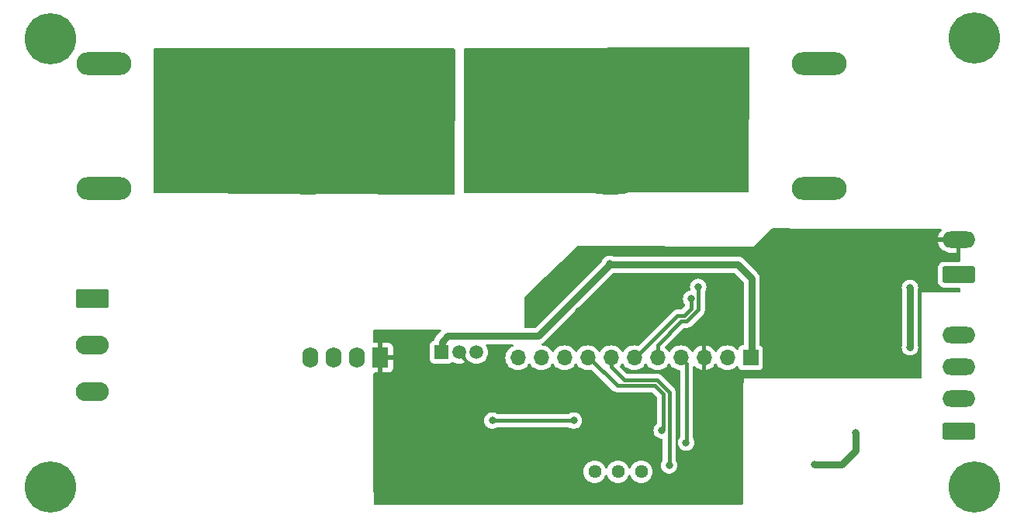
<source format=gbr>
%TF.GenerationSoftware,KiCad,Pcbnew,8.0.3*%
%TF.CreationDate,2024-10-20T11:10:21+02:00*%
%TF.ProjectId,diyBMS_CurrentVoltage_ADS1115,64697942-4d53-45f4-9375-7272656e7456,rev?*%
%TF.SameCoordinates,Original*%
%TF.FileFunction,Copper,L2,Bot*%
%TF.FilePolarity,Positive*%
%FSLAX46Y46*%
G04 Gerber Fmt 4.6, Leading zero omitted, Abs format (unit mm)*
G04 Created by KiCad (PCBNEW 8.0.3) date 2024-10-20 11:10:21*
%MOMM*%
%LPD*%
G01*
G04 APERTURE LIST*
G04 Aperture macros list*
%AMRoundRect*
0 Rectangle with rounded corners*
0 $1 Rounding radius*
0 $2 $3 $4 $5 $6 $7 $8 $9 X,Y pos of 4 corners*
0 Add a 4 corners polygon primitive as box body*
4,1,4,$2,$3,$4,$5,$6,$7,$8,$9,$2,$3,0*
0 Add four circle primitives for the rounded corners*
1,1,$1+$1,$2,$3*
1,1,$1+$1,$4,$5*
1,1,$1+$1,$6,$7*
1,1,$1+$1,$8,$9*
0 Add four rect primitives between the rounded corners*
20,1,$1+$1,$2,$3,$4,$5,0*
20,1,$1+$1,$4,$5,$6,$7,0*
20,1,$1+$1,$6,$7,$8,$9,0*
20,1,$1+$1,$8,$9,$2,$3,0*%
%AMHorizOval*
0 Thick line with rounded ends*
0 $1 width*
0 $2 $3 position (X,Y) of the first rounded end (center of the circle)*
0 $4 $5 position (X,Y) of the second rounded end (center of the circle)*
0 Add line between two ends*
20,1,$1,$2,$3,$4,$5,0*
0 Add two circle primitives to create the rounded ends*
1,1,$1,$2,$3*
1,1,$1,$4,$5*%
G04 Aperture macros list end*
%TA.AperFunction,ComponentPad*%
%ADD10C,1.440000*%
%TD*%
%TA.AperFunction,ComponentPad*%
%ADD11C,0.800000*%
%TD*%
%TA.AperFunction,ComponentPad*%
%ADD12O,6.000000X2.500000*%
%TD*%
%TA.AperFunction,ComponentPad*%
%ADD13C,3.200000*%
%TD*%
%TA.AperFunction,ComponentPad*%
%ADD14C,16.000000*%
%TD*%
%TA.AperFunction,ComponentPad*%
%ADD15C,5.600000*%
%TD*%
%TA.AperFunction,ComponentPad*%
%ADD16RoundRect,0.250000X1.550000X-0.650000X1.550000X0.650000X-1.550000X0.650000X-1.550000X-0.650000X0*%
%TD*%
%TA.AperFunction,ComponentPad*%
%ADD17O,3.600000X1.800000*%
%TD*%
%TA.AperFunction,ComponentPad*%
%ADD18R,1.700000X1.700000*%
%TD*%
%TA.AperFunction,ComponentPad*%
%ADD19O,1.700000X1.700000*%
%TD*%
%TA.AperFunction,ComponentPad*%
%ADD20R,1.500000X1.500000*%
%TD*%
%TA.AperFunction,ComponentPad*%
%ADD21C,1.500000*%
%TD*%
%TA.AperFunction,ComponentPad*%
%ADD22HorizOval,0.800000X0.000000X0.000000X0.000000X0.000000X0*%
%TD*%
%TA.AperFunction,ComponentPad*%
%ADD23HorizOval,0.800000X0.000000X0.000000X0.000000X0.000000X0*%
%TD*%
%TA.AperFunction,ComponentPad*%
%ADD24O,9.000000X6.000000*%
%TD*%
%TA.AperFunction,ComponentPad*%
%ADD25RoundRect,0.249999X-1.550001X0.790001X-1.550001X-0.790001X1.550001X-0.790001X1.550001X0.790001X0*%
%TD*%
%TA.AperFunction,ComponentPad*%
%ADD26O,3.600000X2.080000*%
%TD*%
%TA.AperFunction,ComponentPad*%
%ADD27R,1.750000X2.250000*%
%TD*%
%TA.AperFunction,ComponentPad*%
%ADD28O,1.750000X2.250000*%
%TD*%
%TA.AperFunction,ViaPad*%
%ADD29C,0.800000*%
%TD*%
%TA.AperFunction,Conductor*%
%ADD30C,0.762000*%
%TD*%
%TA.AperFunction,Conductor*%
%ADD31C,0.400000*%
%TD*%
%TA.AperFunction,Conductor*%
%ADD32C,0.508000*%
%TD*%
G04 APERTURE END LIST*
D10*
%TO.P,RV1,1,1*%
%TO.N,Net-(R1-Pad1)*%
X148336000Y-106807000D03*
%TO.P,RV1,2,2*%
%TO.N,Net-(U2-AIN3)*%
X145796000Y-106807000D03*
%TO.P,RV1,3,3*%
%TO.N,Net-(R2-Pad1)*%
X143256000Y-106807000D03*
%TD*%
D11*
%TO.P,,4,IP+*%
%TO.N,Net-(J4-Pin_1)*%
X144983200Y-61899800D03*
%TD*%
%TO.P,,5,IP-*%
%TO.N,Net-(J5-Pin_1)*%
X98679000Y-71879000D03*
%TD*%
%TO.P,,4,IP+*%
%TO.N,Net-(J4-Pin_1)*%
X151003000Y-66344800D03*
%TD*%
%TO.P,,4,IP+*%
%TO.N,Net-(J4-Pin_1)*%
X155448000Y-74713600D03*
%TD*%
%TO.P,,4,IP+*%
%TO.N,Net-(J4-Pin_1)*%
X153924000Y-63144400D03*
%TD*%
%TO.P,,5,IP-*%
%TO.N,Net-(J5-Pin_1)*%
X101727000Y-71879000D03*
%TD*%
%TO.P,,4,IP+*%
%TO.N,Net-(J4-Pin_1)*%
X130505200Y-64516333D03*
%TD*%
%TO.P,,5,IP-*%
%TO.N,Net-(J5-Pin_1)*%
X105740200Y-66344800D03*
%TD*%
%TO.P,,4,IP+*%
%TO.N,Net-(J4-Pin_1)*%
X157022800Y-72046933D03*
%TD*%
%TO.P,,4,IP+*%
%TO.N,Net-(J4-Pin_1)*%
X132029200Y-67183000D03*
%TD*%
%TO.P,,5,IP-*%
%TO.N,Net-(J5-Pin_1)*%
X97155000Y-63500000D03*
%TD*%
%TO.P,,5,IP-*%
%TO.N,Net-(J5-Pin_1)*%
X124841000Y-67183000D03*
%TD*%
%TO.P,,5,IP-*%
%TO.N,Net-(J5-Pin_1)*%
X121793000Y-64513000D03*
%TD*%
%TO.P,,4,IP+*%
%TO.N,Net-(J4-Pin_1)*%
X147116800Y-73050400D03*
%TD*%
D12*
%TO.P,,1*%
%TO.N,N/C*%
X167792400Y-62280800D03*
%TD*%
D11*
%TO.P,,5,IP-*%
%TO.N,Net-(J5-Pin_1)*%
X118237000Y-66370200D03*
%TD*%
%TO.P,,4,IP+*%
%TO.N,Net-(J4-Pin_1)*%
X147116800Y-74599800D03*
%TD*%
%TO.P,,5,IP-*%
%TO.N,Net-(J5-Pin_1)*%
X126365000Y-64513000D03*
%TD*%
%TO.P,,5,IP-*%
%TO.N,Net-(J5-Pin_1)*%
X124841000Y-63183000D03*
%TD*%
%TO.P,,5,IP-*%
%TO.N,Net-(J5-Pin_1)*%
X121793000Y-65853000D03*
%TD*%
%TO.P,,5,IP-*%
%TO.N,Net-(J5-Pin_1)*%
X101727000Y-66167000D03*
%TD*%
%TO.P,,5,IP-*%
%TO.N,Net-(J5-Pin_1)*%
X97155000Y-73193600D03*
%TD*%
%TO.P,,4,IP+*%
%TO.N,Net-(J4-Pin_1)*%
X158546800Y-64477733D03*
%TD*%
%TO.P,,5,IP-*%
%TO.N,Net-(J5-Pin_1)*%
X100203000Y-73219000D03*
%TD*%
%TO.P,,5,IP-*%
%TO.N,Net-(J5-Pin_1)*%
X97155000Y-74523600D03*
%TD*%
%TO.P,,4,IP+*%
%TO.N,Net-(J4-Pin_1)*%
X157022800Y-67144400D03*
%TD*%
%TO.P,,4,IP+*%
%TO.N,Net-(J4-Pin_1)*%
X138988800Y-70739000D03*
%TD*%
D13*
%TO.P,J5,1,Pin_1*%
%TO.N,Net-(J5-Pin_1)*%
X116372800Y-64164400D03*
X111937800Y-64164400D03*
X107502800Y-64164400D03*
X116372800Y-68599400D03*
D14*
X111937800Y-68599400D03*
D13*
X107502800Y-68599400D03*
X116372800Y-73034400D03*
X111937800Y-73034400D03*
X107502800Y-73034400D03*
%TD*%
D11*
%TO.P,,5,IP-*%
%TO.N,Net-(J5-Pin_1)*%
X98679000Y-70549000D03*
%TD*%
%TO.P,,4,IP+*%
%TO.N,Net-(J4-Pin_1)*%
X153924000Y-67144400D03*
%TD*%
%TO.P,,5,IP-*%
%TO.N,Net-(J5-Pin_1)*%
X109753400Y-64135000D03*
%TD*%
%TO.P,,4,IP+*%
%TO.N,Net-(J4-Pin_1)*%
X158546800Y-72046933D03*
%TD*%
%TO.P,,4,IP+*%
%TO.N,Net-(J4-Pin_1)*%
X153924000Y-65811066D03*
%TD*%
%TO.P,,5,IP-*%
%TO.N,Net-(J5-Pin_1)*%
X116357400Y-70866000D03*
%TD*%
%TO.P,,4,IP+*%
%TO.N,Net-(J4-Pin_1)*%
X157022800Y-74713600D03*
%TD*%
%TO.P,,5,IP-*%
%TO.N,Net-(J5-Pin_1)*%
X109855000Y-73025000D03*
%TD*%
%TO.P,,4,IP+*%
%TO.N,Net-(J4-Pin_1)*%
X133604000Y-63183000D03*
%TD*%
%TO.P,,4,IP+*%
%TO.N,Net-(J4-Pin_1)*%
X142824200Y-62611000D03*
%TD*%
%TO.P,,5,IP-*%
%TO.N,Net-(J5-Pin_1)*%
X98679000Y-64830000D03*
%TD*%
D12*
%TO.P,,1*%
%TO.N,N/C*%
X89687400Y-75895200D03*
%TD*%
D11*
%TO.P,,4,IP+*%
%TO.N,Net-(J4-Pin_1)*%
X153924000Y-74713600D03*
%TD*%
D15*
%TO.P,,1*%
%TO.N,N/C*%
X184658000Y-59436000D03*
%TD*%
D11*
%TO.P,,4,IP+*%
%TO.N,Net-(J4-Pin_1)*%
X157022800Y-65811066D03*
%TD*%
%TO.P,,5,IP-*%
%TO.N,Net-(J5-Pin_1)*%
X109753400Y-62306200D03*
%TD*%
D16*
%TO.P,J3,1,Pin_1*%
%TO.N,VDD2*%
X182974000Y-102350000D03*
D17*
%TO.P,J3,2,Pin_2*%
%TO.N,A*%
X182974000Y-98850000D03*
%TO.P,J3,3,Pin_3*%
%TO.N,B*%
X182974000Y-95350000D03*
%TO.P,J3,4,Pin_4*%
%TO.N,GND2*%
X182974000Y-91850000D03*
%TD*%
D11*
%TO.P,,5,IP-*%
%TO.N,Net-(J5-Pin_1)*%
X97155000Y-67500000D03*
%TD*%
D15*
%TO.P,,1*%
%TO.N,N/C*%
X184658000Y-108458000D03*
%TD*%
D11*
%TO.P,,5,IP-*%
%TO.N,Net-(J5-Pin_1)*%
X107492800Y-66344800D03*
%TD*%
%TO.P,,4,IP+*%
%TO.N,Net-(J4-Pin_1)*%
X158546800Y-74713600D03*
%TD*%
%TO.P,,5,IP-*%
%TO.N,Net-(J5-Pin_1)*%
X100203000Y-70549000D03*
%TD*%
%TO.P,,4,IP+*%
%TO.N,Net-(J4-Pin_1)*%
X158546800Y-65811066D03*
%TD*%
%TO.P,,5,IP-*%
%TO.N,Net-(J5-Pin_1)*%
X97155000Y-70523600D03*
%TD*%
%TO.P,,5,IP-*%
%TO.N,Net-(J5-Pin_1)*%
X107492800Y-70866000D03*
%TD*%
%TO.P,,5,IP-*%
%TO.N,Net-(J5-Pin_1)*%
X100203000Y-71879000D03*
%TD*%
%TO.P,,5,IP-*%
%TO.N,Net-(J5-Pin_1)*%
X98679000Y-67497000D03*
%TD*%
D12*
%TO.P,,1*%
%TO.N,N/C*%
X167792400Y-75920600D03*
%TD*%
D11*
%TO.P,,5,IP-*%
%TO.N,Net-(J5-Pin_1)*%
X123317000Y-67183000D03*
%TD*%
%TO.P,,5,IP-*%
%TO.N,Net-(J5-Pin_1)*%
X97155000Y-66166666D03*
%TD*%
%TO.P,,5,IP-*%
%TO.N,Net-(J5-Pin_1)*%
X105257600Y-68630800D03*
%TD*%
%TO.P,,5,IP-*%
%TO.N,Net-(J5-Pin_1)*%
X114300000Y-73050400D03*
%TD*%
%TO.P,,5,IP-*%
%TO.N,Net-(J5-Pin_1)*%
X123317000Y-64513000D03*
%TD*%
D15*
%TO.P,,1*%
%TO.N,N/C*%
X83820000Y-108458000D03*
%TD*%
D11*
%TO.P,,5,IP-*%
%TO.N,Net-(J5-Pin_1)*%
X101727000Y-70549000D03*
%TD*%
%TO.P,,5,IP-*%
%TO.N,Net-(J5-Pin_1)*%
X126365000Y-67183000D03*
%TD*%
%TO.P,,5,IP-*%
%TO.N,Net-(J5-Pin_1)*%
X100203000Y-63500000D03*
%TD*%
%TO.P,,4,IP+*%
%TO.N,Net-(J4-Pin_1)*%
X155448000Y-67144400D03*
%TD*%
%TO.P,,5,IP-*%
%TO.N,Net-(J5-Pin_1)*%
X98679000Y-74549000D03*
%TD*%
%TO.P,,4,IP+*%
%TO.N,Net-(J4-Pin_1)*%
X157022800Y-73380266D03*
%TD*%
D18*
%TO.P,J2,1,Pin_1*%
%TO.N,+5V*%
X160274000Y-94361000D03*
D19*
%TO.P,J2,2,Pin_2*%
%TO.N,Net-(J2-Pin_2)*%
X157734000Y-94361000D03*
%TO.P,J2,3,Pin_3*%
%TO.N,GND*%
X155194000Y-94361000D03*
%TO.P,J2,4,Pin_4*%
%TO.N,XDIR*%
X152654000Y-94361000D03*
%TO.P,J2,5,Pin_5*%
%TO.N,SCL*%
X150114000Y-94361000D03*
%TO.P,J2,6,Pin_6*%
%TO.N,SDA*%
X147574000Y-94361000D03*
%TO.P,J2,7,Pin_7*%
%TO.N,TXD*%
X145034000Y-94361000D03*
%TO.P,J2,8,Pin_8*%
%TO.N,RXD*%
X142494000Y-94361000D03*
%TO.P,J2,9,Pin_9*%
%TO.N,PA5*%
X139954000Y-94361000D03*
%TO.P,J2,10,Pin_10*%
%TO.N,PA4*%
X137414000Y-94361000D03*
%TO.P,J2,11,Pin_11*%
%TO.N,PA3*%
X134874000Y-94361000D03*
%TD*%
D11*
%TO.P,,4,IP+*%
%TO.N,Net-(J4-Pin_1)*%
X155448000Y-72046933D03*
%TD*%
%TO.P,,5,IP-*%
%TO.N,Net-(J5-Pin_1)*%
X105765600Y-70840600D03*
%TD*%
%TO.P,,4,IP+*%
%TO.N,Net-(J4-Pin_1)*%
X139065000Y-66421000D03*
%TD*%
%TO.P,,5,IP-*%
%TO.N,Net-(J5-Pin_1)*%
X126365000Y-65853000D03*
%TD*%
%TO.P,,4,IP+*%
%TO.N,Net-(J4-Pin_1)*%
X147142200Y-64185800D03*
%TD*%
%TO.P,,5,IP-*%
%TO.N,Net-(J5-Pin_1)*%
X114300000Y-75057000D03*
%TD*%
%TO.P,,4,IP+*%
%TO.N,Net-(J4-Pin_1)*%
X140538200Y-70739000D03*
%TD*%
%TO.P,,4,IP+*%
%TO.N,Net-(J4-Pin_1)*%
X149453600Y-66344800D03*
%TD*%
%TO.P,,4,IP+*%
%TO.N,Net-(J4-Pin_1)*%
X158546800Y-67144400D03*
%TD*%
%TO.P,,4,IP+*%
%TO.N,Net-(J4-Pin_1)*%
X147142200Y-62687200D03*
%TD*%
%TO.P,,4,IP+*%
%TO.N,Net-(J4-Pin_1)*%
X155448000Y-64477733D03*
%TD*%
%TO.P,,5,IP-*%
%TO.N,Net-(J5-Pin_1)*%
X101727000Y-63500000D03*
%TD*%
%TO.P,,5,IP-*%
%TO.N,Net-(J5-Pin_1)*%
X101727000Y-67497000D03*
%TD*%
%TO.P,,5,IP-*%
%TO.N,Net-(J5-Pin_1)*%
X124841000Y-64513000D03*
%TD*%
%TO.P,,5,IP-*%
%TO.N,Net-(J5-Pin_1)*%
X98679000Y-66167000D03*
%TD*%
%TO.P,,4,IP+*%
%TO.N,Net-(J4-Pin_1)*%
X135128000Y-63183000D03*
%TD*%
%TO.P,,4,IP+*%
%TO.N,Net-(J4-Pin_1)*%
X142798800Y-74523600D03*
%TD*%
%TO.P,,5,IP-*%
%TO.N,Net-(J5-Pin_1)*%
X124841000Y-65853000D03*
%TD*%
%TO.P,,5,IP-*%
%TO.N,Net-(J5-Pin_1)*%
X114249200Y-62407800D03*
%TD*%
%TO.P,,4,IP+*%
%TO.N,Net-(J4-Pin_1)*%
X133604000Y-67183000D03*
%TD*%
%TO.P,,4,IP+*%
%TO.N,Net-(J4-Pin_1)*%
X158546800Y-70713600D03*
%TD*%
%TO.P,,4,IP+*%
%TO.N,Net-(J4-Pin_1)*%
X140563600Y-66421000D03*
%TD*%
%TO.P,,5,IP-*%
%TO.N,Net-(J5-Pin_1)*%
X97155000Y-64833333D03*
%TD*%
%TO.P,,4,IP+*%
%TO.N,Net-(J4-Pin_1)*%
X130505200Y-67183000D03*
%TD*%
D12*
%TO.P,,1*%
%TO.N,N/C*%
X89687400Y-62255400D03*
%TD*%
D11*
%TO.P,,5,IP-*%
%TO.N,Net-(J5-Pin_1)*%
X116357400Y-66344800D03*
%TD*%
%TO.P,,5,IP-*%
%TO.N,Net-(J5-Pin_1)*%
X123317000Y-65853000D03*
%TD*%
%TO.P,,4,IP+*%
%TO.N,Net-(J4-Pin_1)*%
X155448000Y-73380266D03*
%TD*%
%TO.P,,4,IP+*%
%TO.N,Net-(J4-Pin_1)*%
X153924000Y-73380266D03*
%TD*%
%TO.P,,4,IP+*%
%TO.N,Net-(J4-Pin_1)*%
X133604000Y-64516333D03*
%TD*%
%TO.P,,4,IP+*%
%TO.N,Net-(J4-Pin_1)*%
X153924000Y-64477733D03*
%TD*%
D20*
%TO.P,U3,1,VCC*%
%TO.N,+5V*%
X126547800Y-93759400D03*
D21*
%TO.P,U3,2,GND*%
%TO.N,GND*%
X128457800Y-93759400D03*
%TO.P,U3,3,VIOUT*%
%TO.N,Net-(U3-VIOUT)*%
X130367800Y-93759400D03*
D22*
%TO.P,U3,4,IP+*%
%TO.N,Net-(J4-Pin_1)*%
X129507800Y-71729400D03*
D23*
X129507800Y-72989400D03*
D11*
X130257800Y-70699400D03*
X130257800Y-74019400D03*
X131457800Y-70309400D03*
X131457800Y-74409400D03*
X132787800Y-70309400D03*
X132787800Y-74409400D03*
D24*
X133557800Y-72359400D03*
D11*
X134127800Y-70309400D03*
X134127800Y-74409400D03*
X135457800Y-70309400D03*
X135457800Y-74409400D03*
X136657800Y-70699400D03*
X136657800Y-74019400D03*
X137407800Y-71729400D03*
X137407800Y-72989400D03*
%TO.P,U3,5,IP-*%
%TO.N,Net-(J5-Pin_1)*%
X119507800Y-71729400D03*
X119507800Y-72989400D03*
X120257800Y-70699400D03*
X120257800Y-74019400D03*
X121457800Y-70309400D03*
X121457800Y-74409400D03*
X122787800Y-70309400D03*
X122787800Y-74409400D03*
D24*
X123357800Y-72359400D03*
D11*
X124127800Y-70309400D03*
X124127800Y-74409400D03*
X125457800Y-70309400D03*
X125457800Y-74409400D03*
X126657800Y-70699400D03*
X126657800Y-74019400D03*
D23*
X127407800Y-71729400D03*
D22*
X127407800Y-72989400D03*
%TD*%
D11*
%TO.P,,4,IP+*%
%TO.N,Net-(J4-Pin_1)*%
X157022800Y-64477733D03*
%TD*%
%TO.P,,4,IP+*%
%TO.N,Net-(J4-Pin_1)*%
X130505200Y-65849666D03*
%TD*%
%TO.P,,5,IP-*%
%TO.N,Net-(J5-Pin_1)*%
X118262400Y-70891400D03*
%TD*%
%TO.P,,5,IP-*%
%TO.N,Net-(J5-Pin_1)*%
X98679000Y-63500000D03*
%TD*%
%TO.P,,4,IP+*%
%TO.N,Net-(J4-Pin_1)*%
X158546800Y-73380266D03*
%TD*%
%TO.P,,5,IP-*%
%TO.N,Net-(J5-Pin_1)*%
X126365000Y-63183000D03*
%TD*%
%TO.P,,5,IP-*%
%TO.N,Net-(J5-Pin_1)*%
X100203000Y-74549000D03*
%TD*%
%TO.P,,4,IP+*%
%TO.N,Net-(J4-Pin_1)*%
X155448000Y-63144400D03*
%TD*%
D25*
%TO.P,J1,1,Pin_1*%
%TO.N,Net-(J1-Pin_1)*%
X88417400Y-87909400D03*
D26*
%TO.P,J1,2,Pin_2*%
%TO.N,unconnected-(J1-Pin_2-Pad2)*%
X88417400Y-92989400D03*
%TO.P,J1,3,Pin_3*%
%TO.N,GND1*%
X88417400Y-98069400D03*
%TD*%
D16*
%TO.P,J6,1,Pin_1*%
%TO.N,Net-(J6-Pin_1)*%
X182995500Y-85289000D03*
D17*
%TO.P,J6,2,Pin_2*%
%TO.N,GND*%
X182995500Y-81479000D03*
%TD*%
D11*
%TO.P,,4,IP+*%
%TO.N,Net-(J4-Pin_1)*%
X130505200Y-63183000D03*
%TD*%
%TO.P,,4,IP+*%
%TO.N,Net-(J4-Pin_1)*%
X153924000Y-70713600D03*
%TD*%
%TO.P,,5,IP-*%
%TO.N,Net-(J5-Pin_1)*%
X112014000Y-61620400D03*
%TD*%
D15*
%TO.P,REF\u002A\u002A,1*%
%TO.N,N/C*%
X83853987Y-59563000D03*
%TD*%
D11*
%TO.P,,4,IP+*%
%TO.N,Net-(J4-Pin_1)*%
X144957800Y-75311000D03*
%TD*%
%TO.P,,4,IP+*%
%TO.N,Net-(J4-Pin_1)*%
X149428200Y-70662800D03*
%TD*%
%TO.P,,5,IP-*%
%TO.N,Net-(J5-Pin_1)*%
X114249200Y-64185800D03*
%TD*%
%TO.P,,5,IP-*%
%TO.N,Net-(J5-Pin_1)*%
X98679000Y-73219000D03*
%TD*%
%TO.P,,5,IP-*%
%TO.N,Net-(J5-Pin_1)*%
X101727000Y-73219000D03*
%TD*%
%TO.P,,5,IP-*%
%TO.N,Net-(J5-Pin_1)*%
X101727000Y-74549000D03*
%TD*%
%TO.P,,5,IP-*%
%TO.N,Net-(J5-Pin_1)*%
X97155000Y-71853600D03*
%TD*%
%TO.P,,4,IP+*%
%TO.N,Net-(J4-Pin_1)*%
X132029200Y-63183000D03*
%TD*%
%TO.P,,4,IP+*%
%TO.N,Net-(J4-Pin_1)*%
X151714200Y-68503800D03*
%TD*%
%TO.P,,4,IP+*%
%TO.N,Net-(J4-Pin_1)*%
X153924000Y-72046933D03*
%TD*%
%TO.P,,4,IP+*%
%TO.N,Net-(J4-Pin_1)*%
X138277600Y-68580000D03*
%TD*%
%TO.P,,5,IP-*%
%TO.N,Net-(J5-Pin_1)*%
X123317000Y-63183000D03*
%TD*%
%TO.P,,4,IP+*%
%TO.N,Net-(J4-Pin_1)*%
X158546800Y-63144400D03*
%TD*%
%TO.P,,5,IP-*%
%TO.N,Net-(J5-Pin_1)*%
X100203000Y-66167000D03*
%TD*%
%TO.P,,5,IP-*%
%TO.N,Net-(J5-Pin_1)*%
X121793000Y-67183000D03*
%TD*%
%TO.P,,5,IP-*%
%TO.N,Net-(J5-Pin_1)*%
X109855000Y-75057000D03*
%TD*%
%TO.P,,4,IP+*%
%TO.N,Net-(J4-Pin_1)*%
X155448000Y-65811066D03*
%TD*%
%TO.P,,5,IP-*%
%TO.N,Net-(J5-Pin_1)*%
X100203000Y-64830000D03*
%TD*%
D13*
%TO.P,J4,1,Pin_1*%
%TO.N,Net-(J4-Pin_1)*%
X149402800Y-64164400D03*
X144967800Y-64164400D03*
X140532800Y-64164400D03*
X149402800Y-68599400D03*
D14*
X144967800Y-68599400D03*
D13*
X140532800Y-68599400D03*
X149402800Y-73034400D03*
X144967800Y-73034400D03*
X140532800Y-73034400D03*
%TD*%
D11*
%TO.P,,4,IP+*%
%TO.N,Net-(J4-Pin_1)*%
X157022800Y-70713600D03*
%TD*%
%TO.P,,4,IP+*%
%TO.N,Net-(J4-Pin_1)*%
X157022800Y-63144400D03*
%TD*%
%TO.P,,5,IP-*%
%TO.N,Net-(J5-Pin_1)*%
X111988600Y-75666600D03*
%TD*%
%TO.P,,4,IP+*%
%TO.N,Net-(J4-Pin_1)*%
X135128000Y-67183000D03*
%TD*%
%TO.P,,4,IP+*%
%TO.N,Net-(J4-Pin_1)*%
X135128000Y-65849666D03*
%TD*%
%TO.P,,4,IP+*%
%TO.N,Net-(J4-Pin_1)*%
X142824200Y-64160400D03*
%TD*%
%TO.P,,5,IP-*%
%TO.N,Net-(J5-Pin_1)*%
X101727000Y-64830000D03*
%TD*%
%TO.P,,4,IP+*%
%TO.N,Net-(J4-Pin_1)*%
X132029200Y-64516333D03*
%TD*%
%TO.P,,5,IP-*%
%TO.N,Net-(J5-Pin_1)*%
X118948200Y-68630800D03*
%TD*%
%TO.P,,4,IP+*%
%TO.N,Net-(J4-Pin_1)*%
X132029200Y-65849666D03*
%TD*%
%TO.P,,4,IP+*%
%TO.N,Net-(J4-Pin_1)*%
X150926800Y-70662800D03*
%TD*%
%TO.P,,4,IP+*%
%TO.N,Net-(J4-Pin_1)*%
X133604000Y-65849666D03*
%TD*%
%TO.P,,4,IP+*%
%TO.N,Net-(J4-Pin_1)*%
X155448000Y-70713600D03*
%TD*%
D27*
%TO.P,PS1,1,-Vin*%
%TO.N,GND*%
X119867700Y-94352400D03*
D28*
%TO.P,PS1,2,+Vin*%
%TO.N,+5V*%
X117327700Y-94352400D03*
%TO.P,PS1,3,-Vout*%
%TO.N,GND1*%
X114787700Y-94352400D03*
%TO.P,PS1,4,+Vout*%
%TO.N,+5VP*%
X112247700Y-94352400D03*
%TD*%
D11*
%TO.P,,4,IP+*%
%TO.N,Net-(J4-Pin_1)*%
X135128000Y-64516333D03*
%TD*%
%TO.P,,4,IP+*%
%TO.N,Net-(J4-Pin_1)*%
X142798800Y-73025000D03*
%TD*%
%TO.P,,5,IP-*%
%TO.N,Net-(J5-Pin_1)*%
X100203000Y-67497000D03*
%TD*%
%TO.P,,5,IP-*%
%TO.N,Net-(J5-Pin_1)*%
X121793000Y-63183000D03*
%TD*%
D29*
%TO.N,GND*%
X148209000Y-100203000D03*
X158623000Y-104902000D03*
X163576000Y-93472000D03*
X173863000Y-93726000D03*
X141500000Y-89250000D03*
X136017000Y-90424000D03*
X126212600Y-109423200D03*
X142621000Y-103632000D03*
X158623000Y-103632000D03*
X149123024Y-86664800D03*
X158623000Y-102362000D03*
X143510000Y-103632000D03*
X142367000Y-98171000D03*
X163576000Y-94742000D03*
X141500000Y-89250000D03*
X149606000Y-103759000D03*
X163576000Y-93472000D03*
X149606000Y-105029000D03*
X123088400Y-99314000D03*
X136017000Y-89281000D03*
X163576000Y-96012000D03*
X135991600Y-88061800D03*
X149123024Y-87934800D03*
X122936000Y-109423200D03*
X141732000Y-103632000D03*
%TO.N,+5V*%
X144907000Y-84124800D03*
%TO.N,SCL*%
X154559000Y-86639400D03*
%TO.N,SDA*%
X153797000Y-87934800D03*
%TO.N,TXD*%
X151384000Y-106121200D03*
%TO.N,RXD*%
X150584000Y-102311200D03*
%TO.N,A*%
X167259000Y-106045000D03*
X171704000Y-102524000D03*
%TO.N,XDIR*%
X153238200Y-103632000D03*
%TO.N,Net-(U2-AIN2)*%
X132103500Y-101219000D03*
X140970000Y-101219000D03*
%TO.N,Net-(U6-VIN)*%
X177673000Y-93218000D03*
X177673000Y-86741000D03*
%TD*%
D30*
%TO.N,+5V*%
X160401000Y-85725000D02*
X160401000Y-94234000D01*
D31*
X126593600Y-93713600D02*
X126547800Y-93759400D01*
D30*
X144907000Y-84201000D02*
X137109200Y-91998800D01*
X144983200Y-84201000D02*
X158877000Y-84201000D01*
X137109200Y-91998800D02*
X127228600Y-91998800D01*
X160401000Y-94234000D02*
X160274000Y-94361000D01*
X144907000Y-84124800D02*
X144907000Y-84201000D01*
X127228600Y-91998800D02*
X126593600Y-92633800D01*
X144907000Y-84124800D02*
X144983200Y-84201000D01*
X158877000Y-84201000D02*
X160401000Y-85725000D01*
X126593600Y-92633800D02*
X126593600Y-93713600D01*
D31*
%TO.N,SCL*%
X150114000Y-92964000D02*
X150114000Y-94503400D01*
X150114000Y-94503400D02*
X149926200Y-94691200D01*
X153324000Y-90389000D02*
X152689000Y-90389000D01*
X154597000Y-89116000D02*
X153324000Y-90389000D01*
X154597000Y-86677400D02*
X154597000Y-89116000D01*
X152689000Y-90389000D02*
X150114000Y-92964000D01*
X154559000Y-86639400D02*
X154597000Y-86677400D01*
%TO.N,SDA*%
X147716400Y-94361000D02*
X147574000Y-94361000D01*
X147574000Y-94361000D02*
X147574000Y-94234000D01*
X152288400Y-89789000D02*
X147716400Y-94361000D01*
X153797000Y-87934800D02*
X153797000Y-89027000D01*
X153035000Y-89789000D02*
X152288400Y-89789000D01*
X153797000Y-89027000D02*
X153035000Y-89789000D01*
%TO.N,TXD*%
X150102528Y-96824800D02*
X146481800Y-96824800D01*
X151384000Y-98106272D02*
X150102528Y-96824800D01*
X145034000Y-95377000D02*
X145034000Y-94361000D01*
X151384000Y-106121200D02*
X151384000Y-98106272D01*
X146481800Y-96824800D02*
X145034000Y-95377000D01*
%TO.N,RXD*%
X149854000Y-97424800D02*
X145713800Y-97424800D01*
X142650000Y-94361000D02*
X142494000Y-94361000D01*
X142494000Y-94361000D02*
X142494000Y-94234000D01*
X150584000Y-102311200D02*
X150749000Y-102146200D01*
X145713800Y-97424800D02*
X142650000Y-94361000D01*
X150749000Y-98319800D02*
X149854000Y-97424800D01*
X150749000Y-102146200D02*
X150749000Y-98319800D01*
D30*
%TO.N,A*%
X171704000Y-102524000D02*
X171704000Y-104521000D01*
X170180000Y-106045000D02*
X167259000Y-106045000D01*
D32*
X182974000Y-99147466D02*
X182974000Y-98850000D01*
D30*
X171704000Y-104521000D02*
X170180000Y-106045000D01*
D31*
%TO.N,XDIR*%
X153289000Y-103581200D02*
X153289000Y-94996000D01*
X153289000Y-94996000D02*
X152654000Y-94361000D01*
X153238200Y-103632000D02*
X153289000Y-103581200D01*
X152654000Y-94361000D02*
X152654000Y-94234000D01*
%TO.N,Net-(U2-AIN2)*%
X132103500Y-101219000D02*
X140970000Y-101219000D01*
D30*
%TO.N,Net-(U6-VIN)*%
X177673000Y-86741000D02*
X177673000Y-93218000D01*
%TD*%
%TA.AperFunction,Conductor*%
%TO.N,Net-(J4-Pin_1)*%
G36*
X160114414Y-60471920D02*
G01*
X160160384Y-60524538D01*
X160171799Y-60577103D01*
X160096791Y-76197819D01*
X160076784Y-76264764D01*
X160023761Y-76310264D01*
X159973018Y-76321224D01*
X129105426Y-76377573D01*
X129038351Y-76358011D01*
X128992500Y-76305290D01*
X128981200Y-76253573D01*
X128981200Y-60702496D01*
X129000885Y-60635457D01*
X129053689Y-60589702D01*
X129104694Y-60578497D01*
X160047296Y-60452509D01*
X160114414Y-60471920D01*
G37*
%TD.AperFunction*%
%TD*%
%TA.AperFunction,Conductor*%
%TO.N,GND*%
G36*
X164582277Y-80258285D02*
G01*
X164586585Y-80261757D01*
X164592000Y-80264000D01*
X175133000Y-80264000D01*
X178181000Y-80264000D01*
X181031239Y-80264000D01*
X181098278Y-80283685D01*
X181144033Y-80336489D01*
X181153977Y-80405647D01*
X181124952Y-80469203D01*
X181118920Y-80475681D01*
X181027642Y-80566958D01*
X180898113Y-80745239D01*
X180798067Y-80941589D01*
X180729973Y-81151161D01*
X180729973Y-81151164D01*
X180717645Y-81229000D01*
X182447018Y-81229000D01*
X182436389Y-81247409D01*
X182395500Y-81400009D01*
X182395500Y-81557991D01*
X182436389Y-81710591D01*
X182447018Y-81729000D01*
X180717645Y-81729000D01*
X180729973Y-81806835D01*
X180729973Y-81806838D01*
X180798067Y-82016410D01*
X180898113Y-82212760D01*
X181027642Y-82391041D01*
X181183458Y-82546857D01*
X181361739Y-82676386D01*
X181558089Y-82776432D01*
X181767664Y-82844526D01*
X181985319Y-82879000D01*
X182745500Y-82879000D01*
X182745500Y-82027482D01*
X182763909Y-82038111D01*
X182916509Y-82079000D01*
X183074491Y-82079000D01*
X183134000Y-82063054D01*
X183134000Y-82922000D01*
X183134000Y-83764500D01*
X183114315Y-83831539D01*
X183061511Y-83877294D01*
X183010000Y-83888500D01*
X181395498Y-83888500D01*
X181395481Y-83888501D01*
X181292703Y-83899000D01*
X181292700Y-83899001D01*
X181126168Y-83954185D01*
X181126163Y-83954187D01*
X180976842Y-84046289D01*
X180852789Y-84170342D01*
X180760687Y-84319663D01*
X180760686Y-84319666D01*
X180705501Y-84486203D01*
X180705501Y-84486204D01*
X180705500Y-84486204D01*
X180695000Y-84588983D01*
X180695000Y-85989001D01*
X180695001Y-85989018D01*
X180705500Y-86091796D01*
X180705501Y-86091799D01*
X180760685Y-86258331D01*
X180760687Y-86258336D01*
X180795569Y-86314888D01*
X180852788Y-86407656D01*
X180976844Y-86531712D01*
X181126166Y-86623814D01*
X181292703Y-86678999D01*
X181395491Y-86689500D01*
X183010001Y-86689499D01*
X183077039Y-86709184D01*
X183122794Y-86761987D01*
X183134000Y-86813499D01*
X183134000Y-87125000D01*
X183114315Y-87192039D01*
X183061511Y-87237794D01*
X183010000Y-87249000D01*
X178943000Y-87249000D01*
X178943000Y-96523000D01*
X178923315Y-96590039D01*
X178870511Y-96635794D01*
X178819000Y-96647000D01*
X159512000Y-96647000D01*
X159486600Y-97713795D01*
X159461447Y-110264882D01*
X159441628Y-110331881D01*
X159388732Y-110377530D01*
X159337681Y-110388633D01*
X119250069Y-110464365D01*
X119182993Y-110444807D01*
X119137138Y-110392089D01*
X119125835Y-110340529D01*
X119122393Y-107745527D01*
X119121148Y-106806998D01*
X142030838Y-106806998D01*
X142030838Y-106807001D01*
X142049450Y-107019741D01*
X142049452Y-107019752D01*
X142104721Y-107226022D01*
X142104723Y-107226026D01*
X142104724Y-107226030D01*
X142147171Y-107317058D01*
X142194977Y-107419578D01*
X142317472Y-107594521D01*
X142468478Y-107745527D01*
X142468481Y-107745529D01*
X142643419Y-107868021D01*
X142643421Y-107868022D01*
X142643420Y-107868022D01*
X142707936Y-107898106D01*
X142836970Y-107958276D01*
X143043253Y-108013549D01*
X143195215Y-108026844D01*
X143255998Y-108032162D01*
X143256000Y-108032162D01*
X143256002Y-108032162D01*
X143309186Y-108027508D01*
X143468747Y-108013549D01*
X143675030Y-107958276D01*
X143868581Y-107868021D01*
X144043519Y-107745529D01*
X144194529Y-107594519D01*
X144317021Y-107419581D01*
X144407276Y-107226030D01*
X144407280Y-107226013D01*
X144409130Y-107220936D01*
X144411253Y-107221709D01*
X144442576Y-107170305D01*
X144505419Y-107139766D01*
X144574796Y-107148050D01*
X144628680Y-107192528D01*
X144641827Y-107221315D01*
X144642870Y-107220936D01*
X144644722Y-107226022D01*
X144644724Y-107226030D01*
X144687171Y-107317058D01*
X144734977Y-107419578D01*
X144857472Y-107594521D01*
X145008478Y-107745527D01*
X145008481Y-107745529D01*
X145183419Y-107868021D01*
X145183421Y-107868022D01*
X145183420Y-107868022D01*
X145247936Y-107898106D01*
X145376970Y-107958276D01*
X145583253Y-108013549D01*
X145735215Y-108026844D01*
X145795998Y-108032162D01*
X145796000Y-108032162D01*
X145796002Y-108032162D01*
X145849186Y-108027508D01*
X146008747Y-108013549D01*
X146215030Y-107958276D01*
X146408581Y-107868021D01*
X146583519Y-107745529D01*
X146734529Y-107594519D01*
X146857021Y-107419581D01*
X146947276Y-107226030D01*
X146947280Y-107226013D01*
X146949130Y-107220936D01*
X146951253Y-107221709D01*
X146982576Y-107170305D01*
X147045419Y-107139766D01*
X147114796Y-107148050D01*
X147168680Y-107192528D01*
X147181827Y-107221315D01*
X147182870Y-107220936D01*
X147184722Y-107226022D01*
X147184724Y-107226030D01*
X147227171Y-107317058D01*
X147274977Y-107419578D01*
X147397472Y-107594521D01*
X147548478Y-107745527D01*
X147548481Y-107745529D01*
X147723419Y-107868021D01*
X147723421Y-107868022D01*
X147723420Y-107868022D01*
X147787936Y-107898106D01*
X147916970Y-107958276D01*
X148123253Y-108013549D01*
X148275215Y-108026844D01*
X148335998Y-108032162D01*
X148336000Y-108032162D01*
X148336002Y-108032162D01*
X148389186Y-108027508D01*
X148548747Y-108013549D01*
X148755030Y-107958276D01*
X148948581Y-107868021D01*
X149123519Y-107745529D01*
X149274529Y-107594519D01*
X149397021Y-107419581D01*
X149487276Y-107226030D01*
X149542549Y-107019747D01*
X149561162Y-106807000D01*
X149542549Y-106594253D01*
X149487276Y-106387970D01*
X149397021Y-106194419D01*
X149274529Y-106019481D01*
X149274527Y-106019478D01*
X149123521Y-105868472D01*
X148948578Y-105745977D01*
X148948579Y-105745977D01*
X148800047Y-105676716D01*
X148755030Y-105655724D01*
X148755026Y-105655723D01*
X148755022Y-105655721D01*
X148548752Y-105600452D01*
X148548748Y-105600451D01*
X148548747Y-105600451D01*
X148548746Y-105600450D01*
X148548741Y-105600450D01*
X148336002Y-105581838D01*
X148335998Y-105581838D01*
X148123258Y-105600450D01*
X148123247Y-105600452D01*
X147916977Y-105655721D01*
X147916968Y-105655725D01*
X147723421Y-105745977D01*
X147548478Y-105868472D01*
X147397472Y-106019478D01*
X147274977Y-106194421D01*
X147184725Y-106387968D01*
X147182870Y-106393064D01*
X147180749Y-106392292D01*
X147149406Y-106443710D01*
X147086558Y-106474237D01*
X147017183Y-106465939D01*
X146963307Y-106421452D01*
X146950169Y-106392685D01*
X146949130Y-106393064D01*
X146947279Y-106387983D01*
X146947276Y-106387970D01*
X146857021Y-106194419D01*
X146734529Y-106019481D01*
X146734527Y-106019478D01*
X146583521Y-105868472D01*
X146408578Y-105745977D01*
X146408579Y-105745977D01*
X146260047Y-105676716D01*
X146215030Y-105655724D01*
X146215026Y-105655723D01*
X146215022Y-105655721D01*
X146008752Y-105600452D01*
X146008748Y-105600451D01*
X146008747Y-105600451D01*
X146008746Y-105600450D01*
X146008741Y-105600450D01*
X145796002Y-105581838D01*
X145795998Y-105581838D01*
X145583258Y-105600450D01*
X145583247Y-105600452D01*
X145376977Y-105655721D01*
X145376968Y-105655725D01*
X145183421Y-105745977D01*
X145008478Y-105868472D01*
X144857472Y-106019478D01*
X144734977Y-106194421D01*
X144644725Y-106387968D01*
X144642870Y-106393064D01*
X144640749Y-106392292D01*
X144609406Y-106443710D01*
X144546558Y-106474237D01*
X144477183Y-106465939D01*
X144423307Y-106421452D01*
X144410169Y-106392685D01*
X144409130Y-106393064D01*
X144407279Y-106387983D01*
X144407276Y-106387970D01*
X144317021Y-106194419D01*
X144194529Y-106019481D01*
X144194527Y-106019478D01*
X144043521Y-105868472D01*
X143868578Y-105745977D01*
X143868579Y-105745977D01*
X143720047Y-105676716D01*
X143675030Y-105655724D01*
X143675026Y-105655723D01*
X143675022Y-105655721D01*
X143468752Y-105600452D01*
X143468748Y-105600451D01*
X143468747Y-105600451D01*
X143468746Y-105600450D01*
X143468741Y-105600450D01*
X143256002Y-105581838D01*
X143255998Y-105581838D01*
X143043258Y-105600450D01*
X143043247Y-105600452D01*
X142836977Y-105655721D01*
X142836968Y-105655725D01*
X142643421Y-105745977D01*
X142468478Y-105868472D01*
X142317472Y-106019478D01*
X142194977Y-106194421D01*
X142104725Y-106387968D01*
X142104721Y-106387977D01*
X142049452Y-106594247D01*
X142049450Y-106594258D01*
X142030838Y-106806998D01*
X119121148Y-106806998D01*
X119113738Y-101219000D01*
X131198040Y-101219000D01*
X131217826Y-101407256D01*
X131217827Y-101407259D01*
X131276318Y-101587277D01*
X131276321Y-101587284D01*
X131370967Y-101751216D01*
X131460914Y-101851112D01*
X131497629Y-101891888D01*
X131650765Y-102003148D01*
X131650770Y-102003151D01*
X131823692Y-102080142D01*
X131823697Y-102080144D01*
X132008854Y-102119500D01*
X132008855Y-102119500D01*
X132198144Y-102119500D01*
X132198146Y-102119500D01*
X132383303Y-102080144D01*
X132556230Y-102003151D01*
X132571875Y-101991784D01*
X132638771Y-101943182D01*
X132704577Y-101919702D01*
X132711656Y-101919500D01*
X140361844Y-101919500D01*
X140428883Y-101939185D01*
X140434729Y-101943182D01*
X140517265Y-102003148D01*
X140517270Y-102003151D01*
X140690192Y-102080142D01*
X140690197Y-102080144D01*
X140875354Y-102119500D01*
X140875355Y-102119500D01*
X141064644Y-102119500D01*
X141064646Y-102119500D01*
X141249803Y-102080144D01*
X141422730Y-102003151D01*
X141575871Y-101891888D01*
X141702533Y-101751216D01*
X141797179Y-101587284D01*
X141855674Y-101407256D01*
X141875460Y-101219000D01*
X141855674Y-101030744D01*
X141797179Y-100850716D01*
X141702533Y-100686784D01*
X141575871Y-100546112D01*
X141575870Y-100546111D01*
X141422734Y-100434851D01*
X141422729Y-100434848D01*
X141249807Y-100357857D01*
X141249802Y-100357855D01*
X141104001Y-100326865D01*
X141064646Y-100318500D01*
X140875354Y-100318500D01*
X140842897Y-100325398D01*
X140690197Y-100357855D01*
X140690192Y-100357857D01*
X140517270Y-100434848D01*
X140517265Y-100434851D01*
X140434729Y-100494818D01*
X140368923Y-100518298D01*
X140361844Y-100518500D01*
X132711656Y-100518500D01*
X132644617Y-100498815D01*
X132638771Y-100494818D01*
X132556234Y-100434851D01*
X132556229Y-100434848D01*
X132383307Y-100357857D01*
X132383302Y-100357855D01*
X132237501Y-100326865D01*
X132198146Y-100318500D01*
X132008854Y-100318500D01*
X131976397Y-100325398D01*
X131823697Y-100357855D01*
X131823692Y-100357857D01*
X131650770Y-100434848D01*
X131650765Y-100434851D01*
X131497629Y-100546111D01*
X131370966Y-100686785D01*
X131276321Y-100850715D01*
X131276318Y-100850722D01*
X131222881Y-101015186D01*
X131217826Y-101030744D01*
X131198040Y-101219000D01*
X119113738Y-101219000D01*
X119110311Y-98634961D01*
X119106951Y-96101564D01*
X119126547Y-96034499D01*
X119179290Y-95988674D01*
X119230951Y-95977400D01*
X119617700Y-95977400D01*
X119617700Y-94828713D01*
X119660233Y-94853270D01*
X119796937Y-94889900D01*
X119938463Y-94889900D01*
X120075167Y-94853270D01*
X120117700Y-94828713D01*
X120117700Y-95977400D01*
X120790528Y-95977400D01*
X120790544Y-95977399D01*
X120850072Y-95970998D01*
X120850079Y-95970996D01*
X120984786Y-95920754D01*
X120984793Y-95920750D01*
X121099887Y-95834590D01*
X121099890Y-95834587D01*
X121186050Y-95719493D01*
X121186054Y-95719486D01*
X121236296Y-95584779D01*
X121236298Y-95584772D01*
X121242699Y-95525244D01*
X121242700Y-95525227D01*
X121242700Y-94602400D01*
X120344014Y-94602400D01*
X120368570Y-94559867D01*
X120405200Y-94423163D01*
X120405200Y-94281637D01*
X120368570Y-94144933D01*
X120344014Y-94102400D01*
X121242700Y-94102400D01*
X121242700Y-93179572D01*
X121242699Y-93179555D01*
X121236298Y-93120027D01*
X121236296Y-93120020D01*
X121186054Y-92985313D01*
X121186050Y-92985306D01*
X121099890Y-92870212D01*
X121099887Y-92870209D01*
X120984793Y-92784049D01*
X120984786Y-92784045D01*
X120850079Y-92733803D01*
X120850072Y-92733801D01*
X120790544Y-92727400D01*
X120117700Y-92727400D01*
X120117700Y-93876086D01*
X120075167Y-93851530D01*
X119938463Y-93814900D01*
X119796937Y-93814900D01*
X119660233Y-93851530D01*
X119617700Y-93876086D01*
X119617700Y-92727400D01*
X119226312Y-92727400D01*
X119159273Y-92707715D01*
X119113518Y-92654911D01*
X119102312Y-92603565D01*
X119101606Y-92071872D01*
X119100763Y-91436587D01*
X119120359Y-91369525D01*
X119173102Y-91323700D01*
X119224185Y-91312427D01*
X126401639Y-91279198D01*
X126468766Y-91298572D01*
X126514765Y-91351164D01*
X126525028Y-91420276D01*
X126496298Y-91483965D01*
X126489891Y-91490878D01*
X125908896Y-92071872D01*
X125908895Y-92071873D01*
X125812422Y-92216256D01*
X125745977Y-92376671D01*
X125745974Y-92376681D01*
X125734141Y-92436171D01*
X125701756Y-92498082D01*
X125655857Y-92528161D01*
X125555471Y-92565602D01*
X125555464Y-92565606D01*
X125440255Y-92651852D01*
X125440252Y-92651855D01*
X125354006Y-92767064D01*
X125354002Y-92767071D01*
X125303708Y-92901917D01*
X125297301Y-92961516D01*
X125297300Y-92961535D01*
X125297300Y-94557270D01*
X125297301Y-94557276D01*
X125303708Y-94616883D01*
X125354002Y-94751728D01*
X125354006Y-94751735D01*
X125440252Y-94866944D01*
X125440255Y-94866947D01*
X125555464Y-94953193D01*
X125555471Y-94953197D01*
X125690317Y-95003491D01*
X125690316Y-95003491D01*
X125697244Y-95004235D01*
X125749927Y-95009900D01*
X127345672Y-95009899D01*
X127405283Y-95003491D01*
X127540131Y-94953196D01*
X127655346Y-94866946D01*
X127655351Y-94866938D01*
X127661613Y-94860678D01*
X127663029Y-94862094D01*
X127709734Y-94827121D01*
X127779425Y-94822127D01*
X127824211Y-94841724D01*
X127830413Y-94846067D01*
X128028640Y-94938501D01*
X128028649Y-94938505D01*
X128239905Y-94995110D01*
X128239915Y-94995112D01*
X128457799Y-95014175D01*
X128457801Y-95014175D01*
X128675684Y-94995112D01*
X128675694Y-94995110D01*
X128886950Y-94938505D01*
X128886964Y-94938500D01*
X129085183Y-94846069D01*
X129085185Y-94846068D01*
X129147370Y-94802524D01*
X128504246Y-94159400D01*
X128510461Y-94159400D01*
X128612194Y-94132141D01*
X128703406Y-94079480D01*
X128777880Y-94005006D01*
X128830541Y-93913794D01*
X128857800Y-93812061D01*
X128857800Y-93805847D01*
X129145529Y-94093576D01*
X129177622Y-94149162D01*
X129188223Y-94188726D01*
X129188224Y-94188729D01*
X129280697Y-94387038D01*
X129280698Y-94387039D01*
X129406202Y-94566277D01*
X129560923Y-94720998D01*
X129740161Y-94846502D01*
X129938470Y-94938975D01*
X130149823Y-94995607D01*
X130332726Y-95011608D01*
X130367798Y-95014677D01*
X130367800Y-95014677D01*
X130367802Y-95014677D01*
X130396054Y-95012205D01*
X130585777Y-94995607D01*
X130797130Y-94938975D01*
X130995439Y-94846502D01*
X131174677Y-94720998D01*
X131329398Y-94566277D01*
X131454902Y-94387039D01*
X131547375Y-94188730D01*
X131604007Y-93977377D01*
X131623077Y-93759400D01*
X131622273Y-93750214D01*
X131615406Y-93671719D01*
X131604007Y-93541423D01*
X131547375Y-93330070D01*
X131454902Y-93131762D01*
X131415452Y-93075421D01*
X131393126Y-93009218D01*
X131410136Y-92941450D01*
X131461084Y-92893637D01*
X131517028Y-92880300D01*
X134294487Y-92880300D01*
X134361526Y-92899985D01*
X134407281Y-92952789D01*
X134417225Y-93021947D01*
X134388200Y-93085503D01*
X134346892Y-93116682D01*
X134196171Y-93186964D01*
X134196169Y-93186965D01*
X134002597Y-93322505D01*
X133835505Y-93489597D01*
X133699965Y-93683169D01*
X133699964Y-93683171D01*
X133600098Y-93897335D01*
X133600094Y-93897344D01*
X133538938Y-94125586D01*
X133538936Y-94125596D01*
X133518341Y-94360999D01*
X133518341Y-94361000D01*
X133538936Y-94596403D01*
X133538938Y-94596413D01*
X133600094Y-94824655D01*
X133600096Y-94824659D01*
X133600097Y-94824663D01*
X133630518Y-94889900D01*
X133699965Y-95038830D01*
X133699967Y-95038834D01*
X133808281Y-95193521D01*
X133835505Y-95232401D01*
X134002599Y-95399495D01*
X134089326Y-95460222D01*
X134196165Y-95535032D01*
X134196167Y-95535033D01*
X134196170Y-95535035D01*
X134410337Y-95634903D01*
X134638592Y-95696063D01*
X134815034Y-95711500D01*
X134873999Y-95716659D01*
X134874000Y-95716659D01*
X134874001Y-95716659D01*
X134932966Y-95711500D01*
X135109408Y-95696063D01*
X135337663Y-95634903D01*
X135551830Y-95535035D01*
X135745401Y-95399495D01*
X135912495Y-95232401D01*
X136042426Y-95046841D01*
X136097002Y-95003217D01*
X136166500Y-94996023D01*
X136228855Y-95027546D01*
X136245575Y-95046842D01*
X136375500Y-95232395D01*
X136375505Y-95232401D01*
X136542599Y-95399495D01*
X136629326Y-95460222D01*
X136736165Y-95535032D01*
X136736167Y-95535033D01*
X136736170Y-95535035D01*
X136950337Y-95634903D01*
X137178592Y-95696063D01*
X137355034Y-95711500D01*
X137413999Y-95716659D01*
X137414000Y-95716659D01*
X137414001Y-95716659D01*
X137472966Y-95711500D01*
X137649408Y-95696063D01*
X137877663Y-95634903D01*
X138091830Y-95535035D01*
X138285401Y-95399495D01*
X138452495Y-95232401D01*
X138582426Y-95046841D01*
X138637002Y-95003217D01*
X138706500Y-94996023D01*
X138768855Y-95027546D01*
X138785575Y-95046842D01*
X138915500Y-95232395D01*
X138915505Y-95232401D01*
X139082599Y-95399495D01*
X139169326Y-95460222D01*
X139276165Y-95535032D01*
X139276167Y-95535033D01*
X139276170Y-95535035D01*
X139490337Y-95634903D01*
X139718592Y-95696063D01*
X139895034Y-95711500D01*
X139953999Y-95716659D01*
X139954000Y-95716659D01*
X139954001Y-95716659D01*
X140012966Y-95711500D01*
X140189408Y-95696063D01*
X140417663Y-95634903D01*
X140631830Y-95535035D01*
X140825401Y-95399495D01*
X140992495Y-95232401D01*
X141122426Y-95046841D01*
X141177002Y-95003217D01*
X141246500Y-94996023D01*
X141308855Y-95027546D01*
X141325575Y-95046842D01*
X141455500Y-95232395D01*
X141455505Y-95232401D01*
X141622599Y-95399495D01*
X141709326Y-95460222D01*
X141816165Y-95535032D01*
X141816167Y-95535033D01*
X141816170Y-95535035D01*
X142030337Y-95634903D01*
X142258592Y-95696063D01*
X142435034Y-95711500D01*
X142493999Y-95716659D01*
X142494000Y-95716659D01*
X142494001Y-95716659D01*
X142552966Y-95711500D01*
X142729408Y-95696063D01*
X142869254Y-95658591D01*
X142939103Y-95660254D01*
X142989028Y-95690685D01*
X145267253Y-97968911D01*
X145267254Y-97968912D01*
X145381992Y-98045577D01*
X145509467Y-98098378D01*
X145509472Y-98098380D01*
X145509476Y-98098380D01*
X145509477Y-98098381D01*
X145644804Y-98125300D01*
X145644807Y-98125300D01*
X145782794Y-98125300D01*
X149512481Y-98125300D01*
X149579520Y-98144985D01*
X149600162Y-98161619D01*
X150012181Y-98573638D01*
X150045666Y-98634961D01*
X150048500Y-98661319D01*
X150048500Y-101524003D01*
X150028815Y-101591042D01*
X149997387Y-101624320D01*
X149978128Y-101638312D01*
X149978123Y-101638316D01*
X149851466Y-101778985D01*
X149756821Y-101942915D01*
X149756818Y-101942922D01*
X149699445Y-102119500D01*
X149698326Y-102122944D01*
X149678540Y-102311200D01*
X149698326Y-102499456D01*
X149698327Y-102499459D01*
X149756818Y-102679477D01*
X149756821Y-102679484D01*
X149851467Y-102843416D01*
X149956609Y-102960188D01*
X149978129Y-102984088D01*
X150131265Y-103095348D01*
X150131270Y-103095351D01*
X150304192Y-103172342D01*
X150304197Y-103172344D01*
X150489354Y-103211700D01*
X150489355Y-103211700D01*
X150559500Y-103211700D01*
X150626539Y-103231385D01*
X150672294Y-103284189D01*
X150683500Y-103335700D01*
X150683500Y-105505808D01*
X150663815Y-105572847D01*
X150651656Y-105588774D01*
X150651468Y-105588982D01*
X150651464Y-105588987D01*
X150556821Y-105752915D01*
X150556818Y-105752922D01*
X150519274Y-105868472D01*
X150498326Y-105932944D01*
X150478540Y-106121200D01*
X150498326Y-106309456D01*
X150498327Y-106309459D01*
X150556818Y-106489477D01*
X150556821Y-106489484D01*
X150651467Y-106653416D01*
X150709518Y-106717888D01*
X150778129Y-106794088D01*
X150931265Y-106905348D01*
X150931270Y-106905351D01*
X151104192Y-106982342D01*
X151104197Y-106982344D01*
X151289354Y-107021700D01*
X151289355Y-107021700D01*
X151478644Y-107021700D01*
X151478646Y-107021700D01*
X151663803Y-106982344D01*
X151836730Y-106905351D01*
X151989871Y-106794088D01*
X152116533Y-106653416D01*
X152211179Y-106489484D01*
X152269674Y-106309456D01*
X152289460Y-106121200D01*
X152269674Y-105932944D01*
X152211179Y-105752916D01*
X152123154Y-105600452D01*
X152116535Y-105588987D01*
X152116531Y-105588982D01*
X152116344Y-105588774D01*
X152116273Y-105588627D01*
X152112714Y-105583728D01*
X152113610Y-105583076D01*
X152086119Y-105525780D01*
X152084500Y-105505808D01*
X152084500Y-98037279D01*
X152079190Y-98010588D01*
X152079190Y-98010584D01*
X152057581Y-97901951D01*
X152057580Y-97901944D01*
X152007798Y-97781758D01*
X152004777Y-97774464D01*
X151928112Y-97659726D01*
X150549073Y-96280687D01*
X150434335Y-96204022D01*
X150306860Y-96151221D01*
X150306850Y-96151218D01*
X150171524Y-96124300D01*
X150171522Y-96124300D01*
X150171521Y-96124300D01*
X146823318Y-96124300D01*
X146756279Y-96104615D01*
X146735637Y-96087981D01*
X146063957Y-95416300D01*
X146030472Y-95354977D01*
X146035456Y-95285285D01*
X146063956Y-95240939D01*
X146072495Y-95232401D01*
X146202426Y-95046840D01*
X146257001Y-95003217D01*
X146326499Y-94996023D01*
X146388854Y-95027546D01*
X146405574Y-95046841D01*
X146535505Y-95232401D01*
X146702599Y-95399495D01*
X146789326Y-95460222D01*
X146896165Y-95535032D01*
X146896167Y-95535033D01*
X146896170Y-95535035D01*
X147110337Y-95634903D01*
X147338592Y-95696063D01*
X147515034Y-95711500D01*
X147573999Y-95716659D01*
X147574000Y-95716659D01*
X147574001Y-95716659D01*
X147632966Y-95711500D01*
X147809408Y-95696063D01*
X148037663Y-95634903D01*
X148251830Y-95535035D01*
X148445401Y-95399495D01*
X148612495Y-95232401D01*
X148742426Y-95046841D01*
X148797002Y-95003217D01*
X148866500Y-94996023D01*
X148928855Y-95027546D01*
X148945575Y-95046842D01*
X149075500Y-95232395D01*
X149075505Y-95232401D01*
X149242599Y-95399495D01*
X149329326Y-95460222D01*
X149436165Y-95535032D01*
X149436167Y-95535033D01*
X149436170Y-95535035D01*
X149650337Y-95634903D01*
X149878592Y-95696063D01*
X150055034Y-95711500D01*
X150113999Y-95716659D01*
X150114000Y-95716659D01*
X150114001Y-95716659D01*
X150172966Y-95711500D01*
X150349408Y-95696063D01*
X150577663Y-95634903D01*
X150791830Y-95535035D01*
X150985401Y-95399495D01*
X151152495Y-95232401D01*
X151282426Y-95046841D01*
X151337002Y-95003217D01*
X151406500Y-94996023D01*
X151468855Y-95027546D01*
X151485575Y-95046842D01*
X151615500Y-95232395D01*
X151615505Y-95232401D01*
X151782599Y-95399495D01*
X151869326Y-95460222D01*
X151976165Y-95535032D01*
X151976167Y-95535033D01*
X151976170Y-95535035D01*
X152190337Y-95634903D01*
X152418592Y-95696063D01*
X152475308Y-95701025D01*
X152540375Y-95726475D01*
X152581354Y-95783066D01*
X152588500Y-95824552D01*
X152588500Y-102960188D01*
X152568815Y-103027227D01*
X152556650Y-103043160D01*
X152505670Y-103099778D01*
X152505665Y-103099785D01*
X152411021Y-103263715D01*
X152411018Y-103263722D01*
X152352527Y-103443740D01*
X152352526Y-103443744D01*
X152332740Y-103632000D01*
X152352526Y-103820256D01*
X152352527Y-103820259D01*
X152411018Y-104000277D01*
X152411021Y-104000284D01*
X152505667Y-104164216D01*
X152632329Y-104304888D01*
X152785465Y-104416148D01*
X152785470Y-104416151D01*
X152958392Y-104493142D01*
X152958397Y-104493144D01*
X153143554Y-104532500D01*
X153143555Y-104532500D01*
X153332844Y-104532500D01*
X153332846Y-104532500D01*
X153518003Y-104493144D01*
X153690930Y-104416151D01*
X153844071Y-104304888D01*
X153970733Y-104164216D01*
X154065379Y-104000284D01*
X154123874Y-103820256D01*
X154143660Y-103632000D01*
X154123874Y-103443744D01*
X154065379Y-103263716D01*
X154012626Y-103172344D01*
X154006113Y-103161063D01*
X153989500Y-103099063D01*
X153989500Y-95365050D01*
X154009185Y-95298011D01*
X154061989Y-95252256D01*
X154131147Y-95242312D01*
X154194703Y-95271337D01*
X154201181Y-95277369D01*
X154322917Y-95399105D01*
X154516421Y-95534600D01*
X154730507Y-95634429D01*
X154730516Y-95634433D01*
X154944000Y-95691634D01*
X154944000Y-94794012D01*
X155001007Y-94826925D01*
X155128174Y-94861000D01*
X155259826Y-94861000D01*
X155386993Y-94826925D01*
X155444000Y-94794012D01*
X155444000Y-95691633D01*
X155657483Y-95634433D01*
X155657492Y-95634429D01*
X155871578Y-95534600D01*
X156065082Y-95399105D01*
X156232105Y-95232082D01*
X156362119Y-95046405D01*
X156416696Y-95002781D01*
X156486195Y-94995588D01*
X156548549Y-95027110D01*
X156565269Y-95046405D01*
X156695505Y-95232401D01*
X156862599Y-95399495D01*
X156949326Y-95460222D01*
X157056165Y-95535032D01*
X157056167Y-95535033D01*
X157056170Y-95535035D01*
X157270337Y-95634903D01*
X157498592Y-95696063D01*
X157675034Y-95711500D01*
X157733999Y-95716659D01*
X157734000Y-95716659D01*
X157734001Y-95716659D01*
X157792966Y-95711500D01*
X157969408Y-95696063D01*
X158197663Y-95634903D01*
X158411830Y-95535035D01*
X158605401Y-95399495D01*
X158727329Y-95277566D01*
X158788648Y-95244084D01*
X158858340Y-95249068D01*
X158914274Y-95290939D01*
X158931189Y-95321917D01*
X158980202Y-95453328D01*
X158980206Y-95453335D01*
X159066452Y-95568544D01*
X159066455Y-95568547D01*
X159181664Y-95654793D01*
X159181671Y-95654797D01*
X159316517Y-95705091D01*
X159316516Y-95705091D01*
X159323444Y-95705835D01*
X159376127Y-95711500D01*
X161171872Y-95711499D01*
X161231483Y-95705091D01*
X161366331Y-95654796D01*
X161481546Y-95568546D01*
X161567796Y-95453331D01*
X161618091Y-95318483D01*
X161624500Y-95258873D01*
X161624499Y-93463128D01*
X161618386Y-93406259D01*
X161618091Y-93403516D01*
X161567797Y-93268671D01*
X161567793Y-93268664D01*
X161481547Y-93153455D01*
X161481544Y-93153452D01*
X161366335Y-93067206D01*
X161366323Y-93067199D01*
X161363163Y-93066021D01*
X161360463Y-93064000D01*
X161358546Y-93062953D01*
X161358696Y-93062677D01*
X161307231Y-93024148D01*
X161282816Y-92958683D01*
X161282500Y-92949841D01*
X161282500Y-86741000D01*
X176767540Y-86741000D01*
X176783804Y-86895747D01*
X176787327Y-86929261D01*
X176788678Y-86935617D01*
X176787396Y-86935889D01*
X176791500Y-86961741D01*
X176791500Y-92997257D01*
X176787405Y-93023118D01*
X176788676Y-93023389D01*
X176787326Y-93029739D01*
X176770756Y-93187399D01*
X176767540Y-93218000D01*
X176787326Y-93406256D01*
X176787327Y-93406259D01*
X176845818Y-93586277D01*
X176845821Y-93586284D01*
X176940467Y-93750216D01*
X176996153Y-93812061D01*
X177067129Y-93890888D01*
X177220265Y-94002148D01*
X177220270Y-94002151D01*
X177393192Y-94079142D01*
X177393197Y-94079144D01*
X177578354Y-94118500D01*
X177578355Y-94118500D01*
X177767644Y-94118500D01*
X177767646Y-94118500D01*
X177952803Y-94079144D01*
X178125730Y-94002151D01*
X178278871Y-93890888D01*
X178405533Y-93750216D01*
X178500179Y-93586284D01*
X178558674Y-93406256D01*
X178578460Y-93218000D01*
X178558674Y-93029744D01*
X178558673Y-93029741D01*
X178558673Y-93029739D01*
X178557324Y-93023389D01*
X178558594Y-93023118D01*
X178554500Y-92997257D01*
X178554500Y-86961741D01*
X178558603Y-86935889D01*
X178557322Y-86935617D01*
X178558672Y-86929261D01*
X178558674Y-86929256D01*
X178578460Y-86741000D01*
X178558674Y-86552744D01*
X178500179Y-86372716D01*
X178405533Y-86208784D01*
X178278871Y-86068112D01*
X178259186Y-86053810D01*
X178125734Y-85956851D01*
X178125729Y-85956848D01*
X177952807Y-85879857D01*
X177952802Y-85879855D01*
X177807001Y-85848865D01*
X177767646Y-85840500D01*
X177578354Y-85840500D01*
X177545897Y-85847398D01*
X177393197Y-85879855D01*
X177393192Y-85879857D01*
X177220270Y-85956848D01*
X177220265Y-85956851D01*
X177067129Y-86068111D01*
X176940466Y-86208785D01*
X176845821Y-86372715D01*
X176845818Y-86372722D01*
X176787327Y-86552740D01*
X176787326Y-86552744D01*
X176767540Y-86741000D01*
X161282500Y-86741000D01*
X161282500Y-85638177D01*
X161248625Y-85467881D01*
X161248624Y-85467880D01*
X161248624Y-85467876D01*
X161248622Y-85467871D01*
X161182178Y-85307459D01*
X161182171Y-85307446D01*
X161085707Y-85163078D01*
X161024814Y-85102185D01*
X160962923Y-85040294D01*
X159438927Y-83516296D01*
X159438926Y-83516295D01*
X159294543Y-83419822D01*
X159134128Y-83353377D01*
X159134118Y-83353374D01*
X158963823Y-83319500D01*
X158963821Y-83319500D01*
X158963820Y-83319500D01*
X145338586Y-83319500D01*
X145288150Y-83308779D01*
X145186806Y-83263657D01*
X145186802Y-83263655D01*
X145041001Y-83232665D01*
X145001646Y-83224300D01*
X144812354Y-83224300D01*
X144779897Y-83231198D01*
X144627197Y-83263655D01*
X144627192Y-83263657D01*
X144454270Y-83340648D01*
X144454265Y-83340651D01*
X144301129Y-83451911D01*
X144174465Y-83592585D01*
X144079821Y-83756514D01*
X144079819Y-83756518D01*
X144076969Y-83765291D01*
X144046721Y-83814648D01*
X136780389Y-91080981D01*
X136719066Y-91114466D01*
X136692708Y-91117300D01*
X135683800Y-91117300D01*
X135616761Y-91097615D01*
X135571006Y-91044811D01*
X135559800Y-90993300D01*
X135559800Y-87784431D01*
X135579485Y-87717392D01*
X135597902Y-87695002D01*
X136121535Y-87192039D01*
X141330840Y-82188364D01*
X141377519Y-82160160D01*
X141407954Y-82150015D01*
X141447485Y-82143653D01*
X160528000Y-82194400D01*
X162600526Y-80271694D01*
X162663061Y-80240531D01*
X162684860Y-80238600D01*
X164515238Y-80238600D01*
X164582277Y-80258285D01*
G37*
%TD.AperFunction*%
%TA.AperFunction,Conductor*%
G36*
X158527547Y-85102185D02*
G01*
X158548189Y-85118819D01*
X159483181Y-86053810D01*
X159516666Y-86115133D01*
X159519500Y-86141491D01*
X159519500Y-92886500D01*
X159499815Y-92953539D01*
X159447011Y-92999294D01*
X159395505Y-93010500D01*
X159376132Y-93010500D01*
X159376123Y-93010501D01*
X159316516Y-93016908D01*
X159181671Y-93067202D01*
X159181664Y-93067206D01*
X159066455Y-93153452D01*
X159066452Y-93153455D01*
X158980206Y-93268664D01*
X158980203Y-93268669D01*
X158931189Y-93400083D01*
X158889317Y-93456016D01*
X158823853Y-93480433D01*
X158755580Y-93465581D01*
X158727326Y-93444430D01*
X158605402Y-93322506D01*
X158605395Y-93322501D01*
X158411834Y-93186967D01*
X158411830Y-93186965D01*
X158395939Y-93179555D01*
X158197663Y-93087097D01*
X158197659Y-93087096D01*
X158197655Y-93087094D01*
X157969413Y-93025938D01*
X157969403Y-93025936D01*
X157734001Y-93005341D01*
X157733999Y-93005341D01*
X157498596Y-93025936D01*
X157498586Y-93025938D01*
X157270344Y-93087094D01*
X157270335Y-93087098D01*
X157056171Y-93186964D01*
X157056169Y-93186965D01*
X156862597Y-93322505D01*
X156695508Y-93489594D01*
X156565269Y-93675595D01*
X156510692Y-93719219D01*
X156441193Y-93726412D01*
X156378839Y-93694890D01*
X156362119Y-93675594D01*
X156232113Y-93489926D01*
X156232108Y-93489920D01*
X156065082Y-93322894D01*
X155871578Y-93187399D01*
X155657492Y-93087570D01*
X155657486Y-93087567D01*
X155444000Y-93030364D01*
X155444000Y-93927988D01*
X155386993Y-93895075D01*
X155259826Y-93861000D01*
X155128174Y-93861000D01*
X155001007Y-93895075D01*
X154944000Y-93927988D01*
X154944000Y-93030364D01*
X154943999Y-93030364D01*
X154730513Y-93087567D01*
X154730507Y-93087570D01*
X154516422Y-93187399D01*
X154516420Y-93187400D01*
X154322926Y-93322886D01*
X154322920Y-93322891D01*
X154155891Y-93489920D01*
X154155890Y-93489922D01*
X154025880Y-93675595D01*
X153971303Y-93719219D01*
X153901804Y-93726412D01*
X153839450Y-93694890D01*
X153822730Y-93675594D01*
X153692494Y-93489597D01*
X153525402Y-93322506D01*
X153525395Y-93322501D01*
X153331834Y-93186967D01*
X153331830Y-93186965D01*
X153315939Y-93179555D01*
X153117663Y-93087097D01*
X153117659Y-93087096D01*
X153117655Y-93087094D01*
X152889413Y-93025938D01*
X152889403Y-93025936D01*
X152654001Y-93005341D01*
X152653999Y-93005341D01*
X152418596Y-93025936D01*
X152418586Y-93025938D01*
X152190344Y-93087094D01*
X152190335Y-93087098D01*
X151976171Y-93186964D01*
X151976169Y-93186965D01*
X151782597Y-93322505D01*
X151615505Y-93489597D01*
X151485575Y-93675158D01*
X151430998Y-93718783D01*
X151361500Y-93725977D01*
X151299145Y-93694454D01*
X151282425Y-93675158D01*
X151152494Y-93489597D01*
X150985404Y-93322508D01*
X150985401Y-93322505D01*
X150965732Y-93308733D01*
X150922109Y-93254159D01*
X150914915Y-93184661D01*
X150946437Y-93122306D01*
X150949143Y-93119512D01*
X152942838Y-91125819D01*
X153004161Y-91092334D01*
X153030519Y-91089500D01*
X153392996Y-91089500D01*
X153484040Y-91071389D01*
X153528328Y-91062580D01*
X153592069Y-91036177D01*
X153655807Y-91009777D01*
X153655808Y-91009776D01*
X153655811Y-91009775D01*
X153770543Y-90933114D01*
X155141114Y-89562543D01*
X155217775Y-89447811D01*
X155270580Y-89320328D01*
X155297500Y-89184994D01*
X155297500Y-89047006D01*
X155297500Y-87194505D01*
X155314113Y-87132505D01*
X155348089Y-87073657D01*
X155386179Y-87007684D01*
X155444674Y-86827656D01*
X155464460Y-86639400D01*
X155444674Y-86451144D01*
X155386179Y-86271116D01*
X155291533Y-86107184D01*
X155164871Y-85966512D01*
X155151570Y-85956848D01*
X155011734Y-85855251D01*
X155011729Y-85855248D01*
X154838807Y-85778257D01*
X154838802Y-85778255D01*
X154693001Y-85747265D01*
X154653646Y-85738900D01*
X154464354Y-85738900D01*
X154431897Y-85745798D01*
X154279197Y-85778255D01*
X154279192Y-85778257D01*
X154106270Y-85855248D01*
X154106265Y-85855251D01*
X153953129Y-85966511D01*
X153826466Y-86107185D01*
X153731821Y-86271115D01*
X153731818Y-86271122D01*
X153673327Y-86451140D01*
X153673326Y-86451144D01*
X153653540Y-86639400D01*
X153671838Y-86813499D01*
X153673327Y-86827661D01*
X153695449Y-86895747D01*
X153697444Y-86965588D01*
X153661363Y-87025421D01*
X153603299Y-87055354D01*
X153517197Y-87073655D01*
X153517192Y-87073657D01*
X153344270Y-87150648D01*
X153344265Y-87150651D01*
X153191129Y-87261911D01*
X153064466Y-87402585D01*
X152969821Y-87566515D01*
X152969818Y-87566522D01*
X152928073Y-87695002D01*
X152911326Y-87746544D01*
X152891540Y-87934800D01*
X152911326Y-88123056D01*
X152911327Y-88123059D01*
X152969818Y-88303077D01*
X152969821Y-88303084D01*
X153064466Y-88467015D01*
X153064648Y-88467217D01*
X153064716Y-88467359D01*
X153068285Y-88472271D01*
X153067386Y-88472923D01*
X153094879Y-88530208D01*
X153096500Y-88550191D01*
X153096500Y-88685481D01*
X153076815Y-88752520D01*
X153060181Y-88773162D01*
X152781162Y-89052181D01*
X152719839Y-89085666D01*
X152693481Y-89088500D01*
X152219403Y-89088500D01*
X152110990Y-89110065D01*
X152110989Y-89110065D01*
X152097531Y-89112742D01*
X152084073Y-89115419D01*
X152084071Y-89115420D01*
X152031266Y-89137292D01*
X152031264Y-89137293D01*
X152031263Y-89137292D01*
X151956596Y-89168221D01*
X151956580Y-89168230D01*
X151931494Y-89184993D01*
X151931493Y-89184994D01*
X151841856Y-89244886D01*
X148058302Y-93028440D01*
X147996979Y-93061925D01*
X147938528Y-93060534D01*
X147809413Y-93025938D01*
X147809403Y-93025936D01*
X147574001Y-93005341D01*
X147573999Y-93005341D01*
X147338596Y-93025936D01*
X147338586Y-93025938D01*
X147110344Y-93087094D01*
X147110335Y-93087098D01*
X146896171Y-93186964D01*
X146896169Y-93186965D01*
X146702597Y-93322505D01*
X146535505Y-93489597D01*
X146405575Y-93675158D01*
X146350998Y-93718783D01*
X146281500Y-93725977D01*
X146219145Y-93694454D01*
X146202425Y-93675158D01*
X146072494Y-93489597D01*
X145905402Y-93322506D01*
X145905395Y-93322501D01*
X145711834Y-93186967D01*
X145711830Y-93186965D01*
X145695939Y-93179555D01*
X145497663Y-93087097D01*
X145497659Y-93087096D01*
X145497655Y-93087094D01*
X145269413Y-93025938D01*
X145269403Y-93025936D01*
X145034001Y-93005341D01*
X145033999Y-93005341D01*
X144798596Y-93025936D01*
X144798586Y-93025938D01*
X144570344Y-93087094D01*
X144570335Y-93087098D01*
X144356171Y-93186964D01*
X144356169Y-93186965D01*
X144162597Y-93322505D01*
X143995505Y-93489597D01*
X143865575Y-93675158D01*
X143810998Y-93718783D01*
X143741500Y-93725977D01*
X143679145Y-93694454D01*
X143662425Y-93675158D01*
X143532494Y-93489597D01*
X143365402Y-93322506D01*
X143365395Y-93322501D01*
X143171834Y-93186967D01*
X143171830Y-93186965D01*
X143155939Y-93179555D01*
X142957663Y-93087097D01*
X142957659Y-93087096D01*
X142957655Y-93087094D01*
X142729413Y-93025938D01*
X142729403Y-93025936D01*
X142494001Y-93005341D01*
X142493999Y-93005341D01*
X142258596Y-93025936D01*
X142258586Y-93025938D01*
X142030344Y-93087094D01*
X142030335Y-93087098D01*
X141816171Y-93186964D01*
X141816169Y-93186965D01*
X141622597Y-93322505D01*
X141455505Y-93489597D01*
X141325575Y-93675158D01*
X141270998Y-93718783D01*
X141201500Y-93725977D01*
X141139145Y-93694454D01*
X141122425Y-93675158D01*
X140992494Y-93489597D01*
X140825402Y-93322506D01*
X140825395Y-93322501D01*
X140631834Y-93186967D01*
X140631830Y-93186965D01*
X140615939Y-93179555D01*
X140417663Y-93087097D01*
X140417659Y-93087096D01*
X140417655Y-93087094D01*
X140189413Y-93025938D01*
X140189403Y-93025936D01*
X139954001Y-93005341D01*
X139953999Y-93005341D01*
X139718596Y-93025936D01*
X139718586Y-93025938D01*
X139490344Y-93087094D01*
X139490335Y-93087098D01*
X139276171Y-93186964D01*
X139276169Y-93186965D01*
X139082597Y-93322505D01*
X138915505Y-93489597D01*
X138785575Y-93675158D01*
X138730998Y-93718783D01*
X138661500Y-93725977D01*
X138599145Y-93694454D01*
X138582425Y-93675158D01*
X138452494Y-93489597D01*
X138285402Y-93322506D01*
X138285395Y-93322501D01*
X138091834Y-93186967D01*
X138091830Y-93186965D01*
X138075939Y-93179555D01*
X137877663Y-93087097D01*
X137877659Y-93087096D01*
X137877655Y-93087094D01*
X137649413Y-93025938D01*
X137649403Y-93025936D01*
X137562698Y-93018350D01*
X137497630Y-92992897D01*
X137456652Y-92936305D01*
X137452775Y-92866543D01*
X137487229Y-92805760D01*
X137521567Y-92783211D01*
X137521373Y-92782848D01*
X137525395Y-92780697D01*
X137526068Y-92780256D01*
X137526747Y-92779975D01*
X137671124Y-92683506D01*
X145235810Y-85118818D01*
X145297133Y-85085334D01*
X145323491Y-85082500D01*
X158460508Y-85082500D01*
X158527547Y-85102185D01*
G37*
%TD.AperFunction*%
%TD*%
%TA.AperFunction,Conductor*%
%TO.N,Net-(J5-Pin_1)*%
G36*
X127958645Y-60598685D02*
G01*
X128004400Y-60651489D01*
X128015605Y-60703394D01*
X127965594Y-76450841D01*
X127945697Y-76517817D01*
X127892748Y-76563404D01*
X127841043Y-76574446D01*
X95221246Y-76429150D01*
X95154295Y-76409167D01*
X95108775Y-76356160D01*
X95097798Y-76304952D01*
X95122802Y-60702801D01*
X95142594Y-60635793D01*
X95195471Y-60590123D01*
X95246802Y-60579000D01*
X127891606Y-60579000D01*
X127958645Y-60598685D01*
G37*
%TD.AperFunction*%
%TD*%
M02*

</source>
